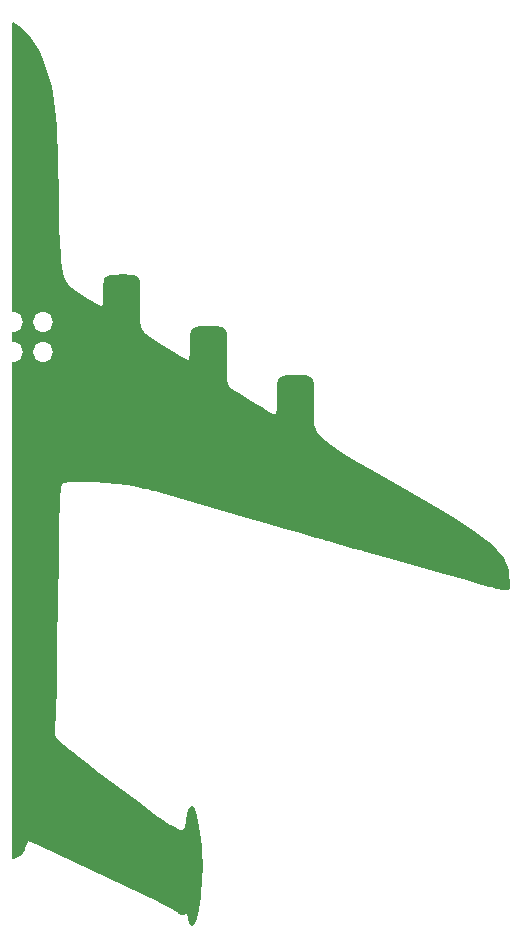
<source format=gto>
G04 #@! TF.GenerationSoftware,KiCad,Pcbnew,(6.99.0-2103-gdc6c27b686)*
G04 #@! TF.CreationDate,2022-07-02T21:52:12+09:00*
G04 #@! TF.ProjectId,an225,616e3232-352e-46b6-9963-61645f706362,rev?*
G04 #@! TF.SameCoordinates,Original*
G04 #@! TF.FileFunction,Legend,Top*
G04 #@! TF.FilePolarity,Positive*
%FSLAX46Y46*%
G04 Gerber Fmt 4.6, Leading zero omitted, Abs format (unit mm)*
G04 Created by KiCad (PCBNEW (6.99.0-2103-gdc6c27b686)) date 2022-07-02 21:52:12*
%MOMM*%
%LPD*%
G01*
G04 APERTURE LIST*
%ADD10C,0.150000*%
%ADD11R,1.700000X1.700000*%
%ADD12O,1.700000X1.700000*%
G04 APERTURE END LIST*
D10*
G36*
X119983090Y-45976213D02*
G01*
X120145461Y-46084765D01*
X120258011Y-46166179D01*
X120387586Y-46265685D01*
X120531272Y-46383283D01*
X120686154Y-46518972D01*
X120849320Y-46672754D01*
X121017854Y-46844628D01*
X121103224Y-46937350D01*
X121188843Y-47034594D01*
X121274348Y-47136361D01*
X121359373Y-47242652D01*
X121443556Y-47353465D01*
X121526530Y-47468802D01*
X121607933Y-47588661D01*
X121687400Y-47713043D01*
X121764567Y-47841949D01*
X121839069Y-47975377D01*
X121910543Y-48113328D01*
X121978623Y-48255803D01*
X122226802Y-48809436D01*
X122448034Y-49333060D01*
X122644070Y-49839162D01*
X122816662Y-50340229D01*
X122967560Y-50848748D01*
X123098516Y-51377205D01*
X123211281Y-51938087D01*
X123307606Y-52543880D01*
X123389241Y-53207072D01*
X123457939Y-53940149D01*
X123515450Y-54755597D01*
X123563525Y-55665904D01*
X123603915Y-56683555D01*
X123638373Y-57821038D01*
X123696491Y-60505446D01*
X123744011Y-62927196D01*
X123800755Y-64760518D01*
X123839386Y-65487393D01*
X123888486Y-66104210D01*
X123950773Y-66623319D01*
X124028968Y-67057069D01*
X124125793Y-67417809D01*
X124243967Y-67717890D01*
X124386212Y-67969661D01*
X124555247Y-68185471D01*
X124753793Y-68377671D01*
X124984570Y-68558609D01*
X125553703Y-68936101D01*
X126262920Y-69388688D01*
X126546904Y-69565841D01*
X126788386Y-69709681D01*
X126990803Y-69819792D01*
X127157592Y-69895758D01*
X127228699Y-69920807D01*
X127292187Y-69937164D01*
X127348486Y-69944777D01*
X127398026Y-69943594D01*
X127441235Y-69933564D01*
X127478544Y-69914633D01*
X127510381Y-69886751D01*
X127537178Y-69849866D01*
X127559362Y-69803925D01*
X127577363Y-69748876D01*
X127591612Y-69684669D01*
X127602537Y-69611250D01*
X127616136Y-69436570D01*
X127621594Y-69224422D01*
X127621838Y-68686059D01*
X127624796Y-68230961D01*
X127631821Y-68046835D01*
X127645503Y-67888965D01*
X127655533Y-67819245D01*
X127668059Y-67755331D01*
X127683358Y-67696971D01*
X127701707Y-67643913D01*
X127723385Y-67595903D01*
X127748668Y-67552691D01*
X127777833Y-67514023D01*
X127811158Y-67479647D01*
X127848921Y-67449310D01*
X127891398Y-67422759D01*
X127938867Y-67399744D01*
X127991605Y-67380010D01*
X128049889Y-67363306D01*
X128113998Y-67349378D01*
X128184207Y-67337976D01*
X128260795Y-67328845D01*
X128434216Y-67316390D01*
X128636479Y-67309995D01*
X129136404Y-67307302D01*
X129402987Y-67307881D01*
X129636177Y-67311934D01*
X129838077Y-67322936D01*
X129927950Y-67332129D01*
X130010790Y-67344362D01*
X130086860Y-67360068D01*
X130156421Y-67379684D01*
X130219738Y-67403642D01*
X130277073Y-67432378D01*
X130328690Y-67466325D01*
X130374851Y-67505918D01*
X130415819Y-67551591D01*
X130451857Y-67603779D01*
X130483228Y-67662915D01*
X130510196Y-67729434D01*
X130533022Y-67803770D01*
X130551971Y-67886358D01*
X130567305Y-67977632D01*
X130579287Y-68078026D01*
X130588180Y-68187975D01*
X130594247Y-68307912D01*
X130598955Y-68579489D01*
X130595515Y-68896233D01*
X130572605Y-69679117D01*
X130550743Y-70464439D01*
X130549785Y-70786970D01*
X130559325Y-71069815D01*
X130582252Y-71318278D01*
X130599637Y-71431273D01*
X130621451Y-71537660D01*
X130648055Y-71638102D01*
X130679810Y-71733261D01*
X130717077Y-71823802D01*
X130760217Y-71910385D01*
X130809591Y-71993674D01*
X130865559Y-72074332D01*
X130928483Y-72153021D01*
X130998723Y-72230404D01*
X131076641Y-72307143D01*
X131162597Y-72383902D01*
X131360067Y-72540129D01*
X131594022Y-72704385D01*
X131867348Y-72881973D01*
X132543662Y-73298350D01*
X133354491Y-73788744D01*
X134047191Y-74201840D01*
X134548246Y-74494195D01*
X134703933Y-74581519D01*
X134784141Y-74622365D01*
X134793934Y-74624314D01*
X134803604Y-74622320D01*
X134813137Y-74616477D01*
X134822521Y-74606876D01*
X134831744Y-74593610D01*
X134840794Y-74576770D01*
X134849659Y-74556449D01*
X134858326Y-74532738D01*
X134875018Y-74475517D01*
X134890772Y-74405842D01*
X134905491Y-74324451D01*
X134919076Y-74232078D01*
X134931429Y-74129462D01*
X134942454Y-74017338D01*
X134952051Y-73896442D01*
X134960122Y-73767511D01*
X134966571Y-73631281D01*
X134971298Y-73488489D01*
X134974207Y-73339870D01*
X134975198Y-73186162D01*
X134978165Y-72686819D01*
X134985211Y-72484792D01*
X134998933Y-72311573D01*
X135008993Y-72235075D01*
X135021556Y-72164947D01*
X135036901Y-72100913D01*
X135055305Y-72042697D01*
X135077047Y-71990020D01*
X135102405Y-71942606D01*
X135131657Y-71900179D01*
X135165081Y-71862460D01*
X135202956Y-71829174D01*
X135245560Y-71800043D01*
X135293170Y-71774789D01*
X135346064Y-71753137D01*
X135404522Y-71734809D01*
X135468821Y-71719527D01*
X135539240Y-71707016D01*
X135616055Y-71696998D01*
X135789992Y-71683332D01*
X135992856Y-71676315D01*
X136494268Y-71673360D01*
X136761643Y-71673971D01*
X136995514Y-71678244D01*
X137197982Y-71689842D01*
X137288096Y-71699533D01*
X137371146Y-71712428D01*
X137447395Y-71728987D01*
X137517106Y-71749665D01*
X137580541Y-71774922D01*
X137637962Y-71805215D01*
X137689632Y-71841002D01*
X137735814Y-71882741D01*
X137776769Y-71930889D01*
X137812761Y-71985905D01*
X137844051Y-72048246D01*
X137870903Y-72118371D01*
X137893579Y-72196736D01*
X137912341Y-72283800D01*
X137927452Y-72380020D01*
X137939174Y-72485855D01*
X137947770Y-72601762D01*
X137953502Y-72728200D01*
X137957425Y-73014496D01*
X137953042Y-73348406D01*
X137927760Y-74173720D01*
X137901537Y-75000233D01*
X137894917Y-75336988D01*
X137894484Y-75628823D01*
X137901630Y-75880300D01*
X137917748Y-76095978D01*
X137944232Y-76280419D01*
X137982475Y-76438184D01*
X138033871Y-76573833D01*
X138064936Y-76634790D01*
X138099813Y-76691928D01*
X138181694Y-76797029D01*
X138280907Y-76893697D01*
X138398847Y-76986492D01*
X138536906Y-77079977D01*
X138878956Y-77287255D01*
X139363114Y-77577414D01*
X139914942Y-77914176D01*
X140466489Y-78255766D01*
X140949806Y-78560408D01*
X141412681Y-78853646D01*
X141599089Y-78965446D01*
X141758328Y-79051909D01*
X141828428Y-79085140D01*
X141892538Y-79111440D01*
X141950925Y-79130609D01*
X142003857Y-79142447D01*
X142051600Y-79146756D01*
X142094423Y-79143336D01*
X142132593Y-79131988D01*
X142166377Y-79112513D01*
X142196041Y-79084712D01*
X142221855Y-79048385D01*
X142244085Y-79003333D01*
X142262997Y-78949357D01*
X142278861Y-78886259D01*
X142291942Y-78813837D01*
X142302509Y-78731895D01*
X142310829Y-78640231D01*
X142321795Y-78426945D01*
X142326980Y-78172385D01*
X142328562Y-77533072D01*
X142331536Y-76964201D01*
X142338599Y-76734044D01*
X142352352Y-76536706D01*
X142362435Y-76449555D01*
X142375027Y-76369663D01*
X142390407Y-76296713D01*
X142408854Y-76230391D01*
X142430646Y-76170380D01*
X142456062Y-76116364D01*
X142485382Y-76068029D01*
X142518883Y-76025059D01*
X142556845Y-75987137D01*
X142599547Y-75953950D01*
X142647266Y-75925180D01*
X142700283Y-75900513D01*
X142758875Y-75879633D01*
X142823322Y-75862223D01*
X142893903Y-75847970D01*
X142970895Y-75836557D01*
X143145232Y-75820989D01*
X143348564Y-75812994D01*
X143851130Y-75809628D01*
X144119116Y-75810261D01*
X144353503Y-75814688D01*
X144556374Y-75826704D01*
X144646643Y-75836744D01*
X144729815Y-75850104D01*
X144806151Y-75867259D01*
X144875912Y-75888683D01*
X144939357Y-75914850D01*
X144996748Y-75946235D01*
X145048346Y-75983311D01*
X145094410Y-76026554D01*
X145135202Y-76076438D01*
X145170982Y-76133436D01*
X145202011Y-76198024D01*
X145228550Y-76270675D01*
X145250859Y-76351864D01*
X145269198Y-76442066D01*
X145283829Y-76541754D01*
X145295012Y-76651403D01*
X145303007Y-76771487D01*
X145308076Y-76902480D01*
X145310476Y-77199093D01*
X145304297Y-77545037D01*
X145274542Y-78400092D01*
X145258833Y-78857075D01*
X145255779Y-79263112D01*
X145262226Y-79450078D01*
X145275710Y-79627970D01*
X145297522Y-79798009D01*
X145328954Y-79961417D01*
X145371297Y-80119414D01*
X145425843Y-80273221D01*
X145493882Y-80424059D01*
X145576706Y-80573150D01*
X145675607Y-80721713D01*
X145791874Y-80870970D01*
X145926801Y-81022143D01*
X146081677Y-81176451D01*
X146257795Y-81335116D01*
X146456445Y-81499360D01*
X146678919Y-81670401D01*
X146926508Y-81849463D01*
X147200503Y-82037766D01*
X147502195Y-82236530D01*
X148193838Y-82670328D01*
X149011767Y-83160624D01*
X149966311Y-83717186D01*
X152326565Y-85068180D01*
X155150115Y-86696959D01*
X157363220Y-88029152D01*
X158263392Y-88603406D01*
X159037996Y-89126767D01*
X159696045Y-89606985D01*
X160246556Y-90051812D01*
X160698540Y-90469000D01*
X161061014Y-90866298D01*
X161342991Y-91251459D01*
X161553486Y-91632233D01*
X161701512Y-92016371D01*
X161796085Y-92411625D01*
X161846218Y-92825746D01*
X161860926Y-93266485D01*
X161862506Y-93346060D01*
X161866277Y-93420856D01*
X161874583Y-93555212D01*
X161876214Y-93614322D01*
X161874227Y-93667755D01*
X161867170Y-93715287D01*
X161861286Y-93736769D01*
X161853590Y-93756691D01*
X161843901Y-93775026D01*
X161832036Y-93791745D01*
X161817815Y-93806820D01*
X161801056Y-93820223D01*
X161781577Y-93831926D01*
X161759196Y-93841901D01*
X161733733Y-93850120D01*
X161705005Y-93856554D01*
X161672832Y-93861176D01*
X161637031Y-93863958D01*
X161553820Y-93863889D01*
X161453922Y-93856121D01*
X161335884Y-93840431D01*
X161198253Y-93816594D01*
X161039577Y-93784384D01*
X160858404Y-93743579D01*
X160653283Y-93693953D01*
X160422759Y-93635281D01*
X160165382Y-93567340D01*
X159564258Y-93402749D01*
X158838292Y-93198386D01*
X157975866Y-92952452D01*
X155795164Y-92328692D01*
X151674705Y-91159402D01*
X149815662Y-90643453D01*
X149738177Y-90624954D01*
X149612653Y-90591626D01*
X149243708Y-90487994D01*
X148761259Y-90347584D01*
X148217738Y-90185424D01*
X147673378Y-90023143D01*
X147188647Y-89882399D01*
X146816325Y-89778270D01*
X146609193Y-89725838D01*
X146530792Y-89707382D01*
X146406769Y-89674778D01*
X146047270Y-89574377D01*
X145581517Y-89439150D01*
X145060331Y-89283607D01*
X144525372Y-89124237D01*
X144022113Y-88978599D01*
X143607102Y-88862791D01*
X143336892Y-88792916D01*
X142918415Y-88680085D01*
X142099715Y-88447330D01*
X140998997Y-88128612D01*
X139734466Y-87757889D01*
X131939561Y-85508279D01*
X131902204Y-85502158D01*
X131861324Y-85493982D01*
X131769580Y-85472193D01*
X131665501Y-85444364D01*
X131550261Y-85411948D01*
X131290988Y-85339165D01*
X131149302Y-85301702D01*
X131001145Y-85265462D01*
X130731482Y-85183428D01*
X130407572Y-85107398D01*
X130036794Y-85037549D01*
X129626524Y-84974055D01*
X128717029Y-84866834D01*
X127738114Y-84787134D01*
X126748807Y-84736354D01*
X125808136Y-84715894D01*
X124975129Y-84727155D01*
X124617446Y-84745118D01*
X124308814Y-84771535D01*
X124258343Y-84771839D01*
X124211002Y-84773962D01*
X124188467Y-84776274D01*
X124166669Y-84779724D01*
X124145592Y-84784539D01*
X124125220Y-84790947D01*
X124105539Y-84799174D01*
X124086532Y-84809448D01*
X124068184Y-84821997D01*
X124050480Y-84837048D01*
X124033404Y-84854829D01*
X124016941Y-84875567D01*
X124001075Y-84899490D01*
X123985792Y-84926825D01*
X123971074Y-84957799D01*
X123956908Y-84992641D01*
X123943277Y-85031577D01*
X123930166Y-85074835D01*
X123917560Y-85122643D01*
X123905443Y-85175227D01*
X123893800Y-85232817D01*
X123882615Y-85295638D01*
X123871873Y-85363918D01*
X123861558Y-85437885D01*
X123842149Y-85603790D01*
X123824263Y-85795172D01*
X123807778Y-86013852D01*
X123792569Y-86261648D01*
X123778513Y-86540380D01*
X123765487Y-86851869D01*
X123753366Y-87197934D01*
X123742027Y-87580395D01*
X123731347Y-88001072D01*
X123721201Y-88461785D01*
X123711467Y-88964353D01*
X123692737Y-90102334D01*
X123674167Y-91429574D01*
X123633553Y-94710065D01*
X123575289Y-98642744D01*
X123505173Y-102003651D01*
X123432028Y-104436015D01*
X123364677Y-105583065D01*
X123339791Y-105748579D01*
X123331151Y-105825471D01*
X123326375Y-105899705D01*
X123326460Y-105972220D01*
X123332402Y-106043956D01*
X123345198Y-106115851D01*
X123354478Y-106152151D01*
X123365845Y-106188844D01*
X123379424Y-106226046D01*
X123395340Y-106263875D01*
X123413716Y-106302448D01*
X123434679Y-106341883D01*
X123484859Y-106423807D01*
X123546877Y-106510586D01*
X123621729Y-106603159D01*
X123710413Y-106702466D01*
X123813925Y-106809445D01*
X123933261Y-106925036D01*
X124069419Y-107050178D01*
X124223395Y-107185810D01*
X124396186Y-107332871D01*
X124588788Y-107492300D01*
X124802199Y-107665036D01*
X125037415Y-107852019D01*
X125295433Y-108054188D01*
X125577249Y-108272481D01*
X126216264Y-108761199D01*
X126962433Y-109325686D01*
X128808132Y-110712018D01*
X130654522Y-112093802D01*
X132044540Y-113115160D01*
X132589639Y-113500933D01*
X133046120Y-113808903D01*
X133422475Y-114043171D01*
X133727196Y-114207839D01*
X133968774Y-114307007D01*
X134068538Y-114333310D01*
X134155701Y-114344776D01*
X134231324Y-114341917D01*
X134296469Y-114325247D01*
X134352197Y-114295278D01*
X134399569Y-114252522D01*
X134439648Y-114197493D01*
X134473493Y-114130702D01*
X134526734Y-113963887D01*
X134605128Y-113511678D01*
X134639130Y-113295913D01*
X134674515Y-113102554D01*
X134711171Y-112931339D01*
X134748988Y-112782007D01*
X134787856Y-112654294D01*
X134827664Y-112547940D01*
X134868303Y-112462683D01*
X134909661Y-112398260D01*
X134951628Y-112354410D01*
X134994095Y-112330871D01*
X135015481Y-112326636D01*
X135036951Y-112327381D01*
X135080084Y-112343678D01*
X135123386Y-112379500D01*
X135166745Y-112434585D01*
X135210052Y-112508672D01*
X135253196Y-112601499D01*
X135296066Y-112712803D01*
X135338552Y-112842323D01*
X135380545Y-112989796D01*
X135421933Y-113154962D01*
X135502454Y-113537322D01*
X135579232Y-113987307D01*
X135651386Y-114502823D01*
X135718033Y-115081773D01*
X135778288Y-115722064D01*
X135831271Y-116421599D01*
X135856516Y-116980244D01*
X135860452Y-117561871D01*
X135845151Y-118155219D01*
X135812686Y-118749026D01*
X135765132Y-119332031D01*
X135704561Y-119892971D01*
X135633047Y-120420584D01*
X135552663Y-120903609D01*
X135465481Y-121330785D01*
X135373576Y-121690848D01*
X135279021Y-121972538D01*
X135183889Y-122164592D01*
X135136754Y-122223486D01*
X135090252Y-122255749D01*
X135044643Y-122259971D01*
X135000186Y-122234746D01*
X134957139Y-122178666D01*
X134915762Y-122090323D01*
X134839054Y-121811217D01*
X134818722Y-121717664D01*
X134797970Y-121632403D01*
X134776768Y-121555392D01*
X134755085Y-121486591D01*
X134732889Y-121425957D01*
X134710150Y-121373449D01*
X134686837Y-121329026D01*
X134662919Y-121292647D01*
X134650723Y-121277460D01*
X134638364Y-121264269D01*
X134625838Y-121253067D01*
X134613142Y-121243851D01*
X134600270Y-121236615D01*
X134587221Y-121231352D01*
X134573989Y-121228060D01*
X134560571Y-121226731D01*
X134546962Y-121227361D01*
X134533160Y-121229946D01*
X134519160Y-121234478D01*
X134504958Y-121240954D01*
X134490550Y-121249369D01*
X134475933Y-121259716D01*
X134446055Y-121286190D01*
X134430922Y-121300806D01*
X134415834Y-121314340D01*
X134400787Y-121326790D01*
X134385776Y-121338155D01*
X134370796Y-121348435D01*
X134355842Y-121357629D01*
X134340911Y-121365737D01*
X134325996Y-121372757D01*
X134311092Y-121378690D01*
X134296197Y-121383533D01*
X134281303Y-121387288D01*
X134266407Y-121389952D01*
X134251505Y-121391525D01*
X134236590Y-121392006D01*
X134221658Y-121391395D01*
X134206705Y-121389691D01*
X134191726Y-121386894D01*
X134176715Y-121383001D01*
X134161669Y-121378014D01*
X134146582Y-121371931D01*
X134131449Y-121364751D01*
X134116266Y-121356473D01*
X134101029Y-121347098D01*
X134085731Y-121336624D01*
X134070368Y-121325050D01*
X134054937Y-121312376D01*
X134039431Y-121298601D01*
X134023846Y-121283724D01*
X134008177Y-121267745D01*
X133992419Y-121250662D01*
X133976568Y-121232476D01*
X133960619Y-121213186D01*
X133360980Y-120869465D01*
X131918934Y-120139301D01*
X127622360Y-118052579D01*
X123300374Y-116018901D01*
X121826563Y-115355041D01*
X121182453Y-115104146D01*
X121174068Y-115105123D01*
X121165235Y-115108021D01*
X121155978Y-115112792D01*
X121146320Y-115119389D01*
X121136285Y-115127764D01*
X121125898Y-115137869D01*
X121115181Y-115149655D01*
X121104160Y-115163076D01*
X121092857Y-115178083D01*
X121081296Y-115194628D01*
X121057499Y-115232143D01*
X121032959Y-115275237D01*
X121007866Y-115323527D01*
X120982412Y-115376631D01*
X120956787Y-115434166D01*
X120931183Y-115495749D01*
X120905790Y-115560997D01*
X120880799Y-115629526D01*
X120856402Y-115700955D01*
X120832788Y-115774900D01*
X120810149Y-115850979D01*
X120791873Y-115907982D01*
X120770724Y-115962123D01*
X120746931Y-116013471D01*
X120720718Y-116062095D01*
X120692314Y-116108064D01*
X120661943Y-116151446D01*
X120629833Y-116192312D01*
X120596209Y-116230729D01*
X120561299Y-116266767D01*
X120525328Y-116300495D01*
X120488522Y-116331983D01*
X120451109Y-116361298D01*
X120375365Y-116413689D01*
X120299905Y-116458221D01*
X120226541Y-116495445D01*
X120157083Y-116525914D01*
X120093343Y-116550181D01*
X120037132Y-116568797D01*
X119954537Y-116591287D01*
X119923786Y-116597802D01*
X119923786Y-45940029D01*
X119983090Y-45976213D01*
G37*
X119983090Y-45976213D02*
X120145461Y-46084765D01*
X120258011Y-46166179D01*
X120387586Y-46265685D01*
X120531272Y-46383283D01*
X120686154Y-46518972D01*
X120849320Y-46672754D01*
X121017854Y-46844628D01*
X121103224Y-46937350D01*
X121188843Y-47034594D01*
X121274348Y-47136361D01*
X121359373Y-47242652D01*
X121443556Y-47353465D01*
X121526530Y-47468802D01*
X121607933Y-47588661D01*
X121687400Y-47713043D01*
X121764567Y-47841949D01*
X121839069Y-47975377D01*
X121910543Y-48113328D01*
X121978623Y-48255803D01*
X122226802Y-48809436D01*
X122448034Y-49333060D01*
X122644070Y-49839162D01*
X122816662Y-50340229D01*
X122967560Y-50848748D01*
X123098516Y-51377205D01*
X123211281Y-51938087D01*
X123307606Y-52543880D01*
X123389241Y-53207072D01*
X123457939Y-53940149D01*
X123515450Y-54755597D01*
X123563525Y-55665904D01*
X123603915Y-56683555D01*
X123638373Y-57821038D01*
X123696491Y-60505446D01*
X123744011Y-62927196D01*
X123800755Y-64760518D01*
X123839386Y-65487393D01*
X123888486Y-66104210D01*
X123950773Y-66623319D01*
X124028968Y-67057069D01*
X124125793Y-67417809D01*
X124243967Y-67717890D01*
X124386212Y-67969661D01*
X124555247Y-68185471D01*
X124753793Y-68377671D01*
X124984570Y-68558609D01*
X125553703Y-68936101D01*
X126262920Y-69388688D01*
X126546904Y-69565841D01*
X126788386Y-69709681D01*
X126990803Y-69819792D01*
X127157592Y-69895758D01*
X127228699Y-69920807D01*
X127292187Y-69937164D01*
X127348486Y-69944777D01*
X127398026Y-69943594D01*
X127441235Y-69933564D01*
X127478544Y-69914633D01*
X127510381Y-69886751D01*
X127537178Y-69849866D01*
X127559362Y-69803925D01*
X127577363Y-69748876D01*
X127591612Y-69684669D01*
X127602537Y-69611250D01*
X127616136Y-69436570D01*
X127621594Y-69224422D01*
X127621838Y-68686059D01*
X127624796Y-68230961D01*
X127631821Y-68046835D01*
X127645503Y-67888965D01*
X127655533Y-67819245D01*
X127668059Y-67755331D01*
X127683358Y-67696971D01*
X127701707Y-67643913D01*
X127723385Y-67595903D01*
X127748668Y-67552691D01*
X127777833Y-67514023D01*
X127811158Y-67479647D01*
X127848921Y-67449310D01*
X127891398Y-67422759D01*
X127938867Y-67399744D01*
X127991605Y-67380010D01*
X128049889Y-67363306D01*
X128113998Y-67349378D01*
X128184207Y-67337976D01*
X128260795Y-67328845D01*
X128434216Y-67316390D01*
X128636479Y-67309995D01*
X129136404Y-67307302D01*
X129402987Y-67307881D01*
X129636177Y-67311934D01*
X129838077Y-67322936D01*
X129927950Y-67332129D01*
X130010790Y-67344362D01*
X130086860Y-67360068D01*
X130156421Y-67379684D01*
X130219738Y-67403642D01*
X130277073Y-67432378D01*
X130328690Y-67466325D01*
X130374851Y-67505918D01*
X130415819Y-67551591D01*
X130451857Y-67603779D01*
X130483228Y-67662915D01*
X130510196Y-67729434D01*
X130533022Y-67803770D01*
X130551971Y-67886358D01*
X130567305Y-67977632D01*
X130579287Y-68078026D01*
X130588180Y-68187975D01*
X130594247Y-68307912D01*
X130598955Y-68579489D01*
X130595515Y-68896233D01*
X130572605Y-69679117D01*
X130550743Y-70464439D01*
X130549785Y-70786970D01*
X130559325Y-71069815D01*
X130582252Y-71318278D01*
X130599637Y-71431273D01*
X130621451Y-71537660D01*
X130648055Y-71638102D01*
X130679810Y-71733261D01*
X130717077Y-71823802D01*
X130760217Y-71910385D01*
X130809591Y-71993674D01*
X130865559Y-72074332D01*
X130928483Y-72153021D01*
X130998723Y-72230404D01*
X131076641Y-72307143D01*
X131162597Y-72383902D01*
X131360067Y-72540129D01*
X131594022Y-72704385D01*
X131867348Y-72881973D01*
X132543662Y-73298350D01*
X133354491Y-73788744D01*
X134047191Y-74201840D01*
X134548246Y-74494195D01*
X134703933Y-74581519D01*
X134784141Y-74622365D01*
X134793934Y-74624314D01*
X134803604Y-74622320D01*
X134813137Y-74616477D01*
X134822521Y-74606876D01*
X134831744Y-74593610D01*
X134840794Y-74576770D01*
X134849659Y-74556449D01*
X134858326Y-74532738D01*
X134875018Y-74475517D01*
X134890772Y-74405842D01*
X134905491Y-74324451D01*
X134919076Y-74232078D01*
X134931429Y-74129462D01*
X134942454Y-74017338D01*
X134952051Y-73896442D01*
X134960122Y-73767511D01*
X134966571Y-73631281D01*
X134971298Y-73488489D01*
X134974207Y-73339870D01*
X134975198Y-73186162D01*
X134978165Y-72686819D01*
X134985211Y-72484792D01*
X134998933Y-72311573D01*
X135008993Y-72235075D01*
X135021556Y-72164947D01*
X135036901Y-72100913D01*
X135055305Y-72042697D01*
X135077047Y-71990020D01*
X135102405Y-71942606D01*
X135131657Y-71900179D01*
X135165081Y-71862460D01*
X135202956Y-71829174D01*
X135245560Y-71800043D01*
X135293170Y-71774789D01*
X135346064Y-71753137D01*
X135404522Y-71734809D01*
X135468821Y-71719527D01*
X135539240Y-71707016D01*
X135616055Y-71696998D01*
X135789992Y-71683332D01*
X135992856Y-71676315D01*
X136494268Y-71673360D01*
X136761643Y-71673971D01*
X136995514Y-71678244D01*
X137197982Y-71689842D01*
X137288096Y-71699533D01*
X137371146Y-71712428D01*
X137447395Y-71728987D01*
X137517106Y-71749665D01*
X137580541Y-71774922D01*
X137637962Y-71805215D01*
X137689632Y-71841002D01*
X137735814Y-71882741D01*
X137776769Y-71930889D01*
X137812761Y-71985905D01*
X137844051Y-72048246D01*
X137870903Y-72118371D01*
X137893579Y-72196736D01*
X137912341Y-72283800D01*
X137927452Y-72380020D01*
X137939174Y-72485855D01*
X137947770Y-72601762D01*
X137953502Y-72728200D01*
X137957425Y-73014496D01*
X137953042Y-73348406D01*
X137927760Y-74173720D01*
X137901537Y-75000233D01*
X137894917Y-75336988D01*
X137894484Y-75628823D01*
X137901630Y-75880300D01*
X137917748Y-76095978D01*
X137944232Y-76280419D01*
X137982475Y-76438184D01*
X138033871Y-76573833D01*
X138064936Y-76634790D01*
X138099813Y-76691928D01*
X138181694Y-76797029D01*
X138280907Y-76893697D01*
X138398847Y-76986492D01*
X138536906Y-77079977D01*
X138878956Y-77287255D01*
X139363114Y-77577414D01*
X139914942Y-77914176D01*
X140466489Y-78255766D01*
X140949806Y-78560408D01*
X141412681Y-78853646D01*
X141599089Y-78965446D01*
X141758328Y-79051909D01*
X141828428Y-79085140D01*
X141892538Y-79111440D01*
X141950925Y-79130609D01*
X142003857Y-79142447D01*
X142051600Y-79146756D01*
X142094423Y-79143336D01*
X142132593Y-79131988D01*
X142166377Y-79112513D01*
X142196041Y-79084712D01*
X142221855Y-79048385D01*
X142244085Y-79003333D01*
X142262997Y-78949357D01*
X142278861Y-78886259D01*
X142291942Y-78813837D01*
X142302509Y-78731895D01*
X142310829Y-78640231D01*
X142321795Y-78426945D01*
X142326980Y-78172385D01*
X142328562Y-77533072D01*
X142331536Y-76964201D01*
X142338599Y-76734044D01*
X142352352Y-76536706D01*
X142362435Y-76449555D01*
X142375027Y-76369663D01*
X142390407Y-76296713D01*
X142408854Y-76230391D01*
X142430646Y-76170380D01*
X142456062Y-76116364D01*
X142485382Y-76068029D01*
X142518883Y-76025059D01*
X142556845Y-75987137D01*
X142599547Y-75953950D01*
X142647266Y-75925180D01*
X142700283Y-75900513D01*
X142758875Y-75879633D01*
X142823322Y-75862223D01*
X142893903Y-75847970D01*
X142970895Y-75836557D01*
X143145232Y-75820989D01*
X143348564Y-75812994D01*
X143851130Y-75809628D01*
X144119116Y-75810261D01*
X144353503Y-75814688D01*
X144556374Y-75826704D01*
X144646643Y-75836744D01*
X144729815Y-75850104D01*
X144806151Y-75867259D01*
X144875912Y-75888683D01*
X144939357Y-75914850D01*
X144996748Y-75946235D01*
X145048346Y-75983311D01*
X145094410Y-76026554D01*
X145135202Y-76076438D01*
X145170982Y-76133436D01*
X145202011Y-76198024D01*
X145228550Y-76270675D01*
X145250859Y-76351864D01*
X145269198Y-76442066D01*
X145283829Y-76541754D01*
X145295012Y-76651403D01*
X145303007Y-76771487D01*
X145308076Y-76902480D01*
X145310476Y-77199093D01*
X145304297Y-77545037D01*
X145274542Y-78400092D01*
X145258833Y-78857075D01*
X145255779Y-79263112D01*
X145262226Y-79450078D01*
X145275710Y-79627970D01*
X145297522Y-79798009D01*
X145328954Y-79961417D01*
X145371297Y-80119414D01*
X145425843Y-80273221D01*
X145493882Y-80424059D01*
X145576706Y-80573150D01*
X145675607Y-80721713D01*
X145791874Y-80870970D01*
X145926801Y-81022143D01*
X146081677Y-81176451D01*
X146257795Y-81335116D01*
X146456445Y-81499360D01*
X146678919Y-81670401D01*
X146926508Y-81849463D01*
X147200503Y-82037766D01*
X147502195Y-82236530D01*
X148193838Y-82670328D01*
X149011767Y-83160624D01*
X149966311Y-83717186D01*
X152326565Y-85068180D01*
X155150115Y-86696959D01*
X157363220Y-88029152D01*
X158263392Y-88603406D01*
X159037996Y-89126767D01*
X159696045Y-89606985D01*
X160246556Y-90051812D01*
X160698540Y-90469000D01*
X161061014Y-90866298D01*
X161342991Y-91251459D01*
X161553486Y-91632233D01*
X161701512Y-92016371D01*
X161796085Y-92411625D01*
X161846218Y-92825746D01*
X161860926Y-93266485D01*
X161862506Y-93346060D01*
X161866277Y-93420856D01*
X161874583Y-93555212D01*
X161876214Y-93614322D01*
X161874227Y-93667755D01*
X161867170Y-93715287D01*
X161861286Y-93736769D01*
X161853590Y-93756691D01*
X161843901Y-93775026D01*
X161832036Y-93791745D01*
X161817815Y-93806820D01*
X161801056Y-93820223D01*
X161781577Y-93831926D01*
X161759196Y-93841901D01*
X161733733Y-93850120D01*
X161705005Y-93856554D01*
X161672832Y-93861176D01*
X161637031Y-93863958D01*
X161553820Y-93863889D01*
X161453922Y-93856121D01*
X161335884Y-93840431D01*
X161198253Y-93816594D01*
X161039577Y-93784384D01*
X160858404Y-93743579D01*
X160653283Y-93693953D01*
X160422759Y-93635281D01*
X160165382Y-93567340D01*
X159564258Y-93402749D01*
X158838292Y-93198386D01*
X157975866Y-92952452D01*
X155795164Y-92328692D01*
X151674705Y-91159402D01*
X149815662Y-90643453D01*
X149738177Y-90624954D01*
X149612653Y-90591626D01*
X149243708Y-90487994D01*
X148761259Y-90347584D01*
X148217738Y-90185424D01*
X147673378Y-90023143D01*
X147188647Y-89882399D01*
X146816325Y-89778270D01*
X146609193Y-89725838D01*
X146530792Y-89707382D01*
X146406769Y-89674778D01*
X146047270Y-89574377D01*
X145581517Y-89439150D01*
X145060331Y-89283607D01*
X144525372Y-89124237D01*
X144022113Y-88978599D01*
X143607102Y-88862791D01*
X143336892Y-88792916D01*
X142918415Y-88680085D01*
X142099715Y-88447330D01*
X140998997Y-88128612D01*
X139734466Y-87757889D01*
X131939561Y-85508279D01*
X131902204Y-85502158D01*
X131861324Y-85493982D01*
X131769580Y-85472193D01*
X131665501Y-85444364D01*
X131550261Y-85411948D01*
X131290988Y-85339165D01*
X131149302Y-85301702D01*
X131001145Y-85265462D01*
X130731482Y-85183428D01*
X130407572Y-85107398D01*
X130036794Y-85037549D01*
X129626524Y-84974055D01*
X128717029Y-84866834D01*
X127738114Y-84787134D01*
X126748807Y-84736354D01*
X125808136Y-84715894D01*
X124975129Y-84727155D01*
X124617446Y-84745118D01*
X124308814Y-84771535D01*
X124258343Y-84771839D01*
X124211002Y-84773962D01*
X124188467Y-84776274D01*
X124166669Y-84779724D01*
X124145592Y-84784539D01*
X124125220Y-84790947D01*
X124105539Y-84799174D01*
X124086532Y-84809448D01*
X124068184Y-84821997D01*
X124050480Y-84837048D01*
X124033404Y-84854829D01*
X124016941Y-84875567D01*
X124001075Y-84899490D01*
X123985792Y-84926825D01*
X123971074Y-84957799D01*
X123956908Y-84992641D01*
X123943277Y-85031577D01*
X123930166Y-85074835D01*
X123917560Y-85122643D01*
X123905443Y-85175227D01*
X123893800Y-85232817D01*
X123882615Y-85295638D01*
X123871873Y-85363918D01*
X123861558Y-85437885D01*
X123842149Y-85603790D01*
X123824263Y-85795172D01*
X123807778Y-86013852D01*
X123792569Y-86261648D01*
X123778513Y-86540380D01*
X123765487Y-86851869D01*
X123753366Y-87197934D01*
X123742027Y-87580395D01*
X123731347Y-88001072D01*
X123721201Y-88461785D01*
X123711467Y-88964353D01*
X123692737Y-90102334D01*
X123674167Y-91429574D01*
X123633553Y-94710065D01*
X123575289Y-98642744D01*
X123505173Y-102003651D01*
X123432028Y-104436015D01*
X123364677Y-105583065D01*
X123339791Y-105748579D01*
X123331151Y-105825471D01*
X123326375Y-105899705D01*
X123326460Y-105972220D01*
X123332402Y-106043956D01*
X123345198Y-106115851D01*
X123354478Y-106152151D01*
X123365845Y-106188844D01*
X123379424Y-106226046D01*
X123395340Y-106263875D01*
X123413716Y-106302448D01*
X123434679Y-106341883D01*
X123484859Y-106423807D01*
X123546877Y-106510586D01*
X123621729Y-106603159D01*
X123710413Y-106702466D01*
X123813925Y-106809445D01*
X123933261Y-106925036D01*
X124069419Y-107050178D01*
X124223395Y-107185810D01*
X124396186Y-107332871D01*
X124588788Y-107492300D01*
X124802199Y-107665036D01*
X125037415Y-107852019D01*
X125295433Y-108054188D01*
X125577249Y-108272481D01*
X126216264Y-108761199D01*
X126962433Y-109325686D01*
X128808132Y-110712018D01*
X130654522Y-112093802D01*
X132044540Y-113115160D01*
X132589639Y-113500933D01*
X133046120Y-113808903D01*
X133422475Y-114043171D01*
X133727196Y-114207839D01*
X133968774Y-114307007D01*
X134068538Y-114333310D01*
X134155701Y-114344776D01*
X134231324Y-114341917D01*
X134296469Y-114325247D01*
X134352197Y-114295278D01*
X134399569Y-114252522D01*
X134439648Y-114197493D01*
X134473493Y-114130702D01*
X134526734Y-113963887D01*
X134605128Y-113511678D01*
X134639130Y-113295913D01*
X134674515Y-113102554D01*
X134711171Y-112931339D01*
X134748988Y-112782007D01*
X134787856Y-112654294D01*
X134827664Y-112547940D01*
X134868303Y-112462683D01*
X134909661Y-112398260D01*
X134951628Y-112354410D01*
X134994095Y-112330871D01*
X135015481Y-112326636D01*
X135036951Y-112327381D01*
X135080084Y-112343678D01*
X135123386Y-112379500D01*
X135166745Y-112434585D01*
X135210052Y-112508672D01*
X135253196Y-112601499D01*
X135296066Y-112712803D01*
X135338552Y-112842323D01*
X135380545Y-112989796D01*
X135421933Y-113154962D01*
X135502454Y-113537322D01*
X135579232Y-113987307D01*
X135651386Y-114502823D01*
X135718033Y-115081773D01*
X135778288Y-115722064D01*
X135831271Y-116421599D01*
X135856516Y-116980244D01*
X135860452Y-117561871D01*
X135845151Y-118155219D01*
X135812686Y-118749026D01*
X135765132Y-119332031D01*
X135704561Y-119892971D01*
X135633047Y-120420584D01*
X135552663Y-120903609D01*
X135465481Y-121330785D01*
X135373576Y-121690848D01*
X135279021Y-121972538D01*
X135183889Y-122164592D01*
X135136754Y-122223486D01*
X135090252Y-122255749D01*
X135044643Y-122259971D01*
X135000186Y-122234746D01*
X134957139Y-122178666D01*
X134915762Y-122090323D01*
X134839054Y-121811217D01*
X134818722Y-121717664D01*
X134797970Y-121632403D01*
X134776768Y-121555392D01*
X134755085Y-121486591D01*
X134732889Y-121425957D01*
X134710150Y-121373449D01*
X134686837Y-121329026D01*
X134662919Y-121292647D01*
X134650723Y-121277460D01*
X134638364Y-121264269D01*
X134625838Y-121253067D01*
X134613142Y-121243851D01*
X134600270Y-121236615D01*
X134587221Y-121231352D01*
X134573989Y-121228060D01*
X134560571Y-121226731D01*
X134546962Y-121227361D01*
X134533160Y-121229946D01*
X134519160Y-121234478D01*
X134504958Y-121240954D01*
X134490550Y-121249369D01*
X134475933Y-121259716D01*
X134446055Y-121286190D01*
X134430922Y-121300806D01*
X134415834Y-121314340D01*
X134400787Y-121326790D01*
X134385776Y-121338155D01*
X134370796Y-121348435D01*
X134355842Y-121357629D01*
X134340911Y-121365737D01*
X134325996Y-121372757D01*
X134311092Y-121378690D01*
X134296197Y-121383533D01*
X134281303Y-121387288D01*
X134266407Y-121389952D01*
X134251505Y-121391525D01*
X134236590Y-121392006D01*
X134221658Y-121391395D01*
X134206705Y-121389691D01*
X134191726Y-121386894D01*
X134176715Y-121383001D01*
X134161669Y-121378014D01*
X134146582Y-121371931D01*
X134131449Y-121364751D01*
X134116266Y-121356473D01*
X134101029Y-121347098D01*
X134085731Y-121336624D01*
X134070368Y-121325050D01*
X134054937Y-121312376D01*
X134039431Y-121298601D01*
X134023846Y-121283724D01*
X134008177Y-121267745D01*
X133992419Y-121250662D01*
X133976568Y-121232476D01*
X133960619Y-121213186D01*
X133360980Y-120869465D01*
X131918934Y-120139301D01*
X127622360Y-118052579D01*
X123300374Y-116018901D01*
X121826563Y-115355041D01*
X121182453Y-115104146D01*
X121174068Y-115105123D01*
X121165235Y-115108021D01*
X121155978Y-115112792D01*
X121146320Y-115119389D01*
X121136285Y-115127764D01*
X121125898Y-115137869D01*
X121115181Y-115149655D01*
X121104160Y-115163076D01*
X121092857Y-115178083D01*
X121081296Y-115194628D01*
X121057499Y-115232143D01*
X121032959Y-115275237D01*
X121007866Y-115323527D01*
X120982412Y-115376631D01*
X120956787Y-115434166D01*
X120931183Y-115495749D01*
X120905790Y-115560997D01*
X120880799Y-115629526D01*
X120856402Y-115700955D01*
X120832788Y-115774900D01*
X120810149Y-115850979D01*
X120791873Y-115907982D01*
X120770724Y-115962123D01*
X120746931Y-116013471D01*
X120720718Y-116062095D01*
X120692314Y-116108064D01*
X120661943Y-116151446D01*
X120629833Y-116192312D01*
X120596209Y-116230729D01*
X120561299Y-116266767D01*
X120525328Y-116300495D01*
X120488522Y-116331983D01*
X120451109Y-116361298D01*
X120375365Y-116413689D01*
X120299905Y-116458221D01*
X120226541Y-116495445D01*
X120157083Y-116525914D01*
X120093343Y-116550181D01*
X120037132Y-116568797D01*
X119954537Y-116591287D01*
X119923786Y-116597802D01*
X119923786Y-45940029D01*
X119983090Y-45976213D01*
%LPC*%
D11*
X117374999Y-71224999D03*
D12*
X117374999Y-73764999D03*
X119914999Y-71224999D03*
X119914999Y-73764999D03*
X122454999Y-71224999D03*
X122454999Y-73764999D03*
M02*

</source>
